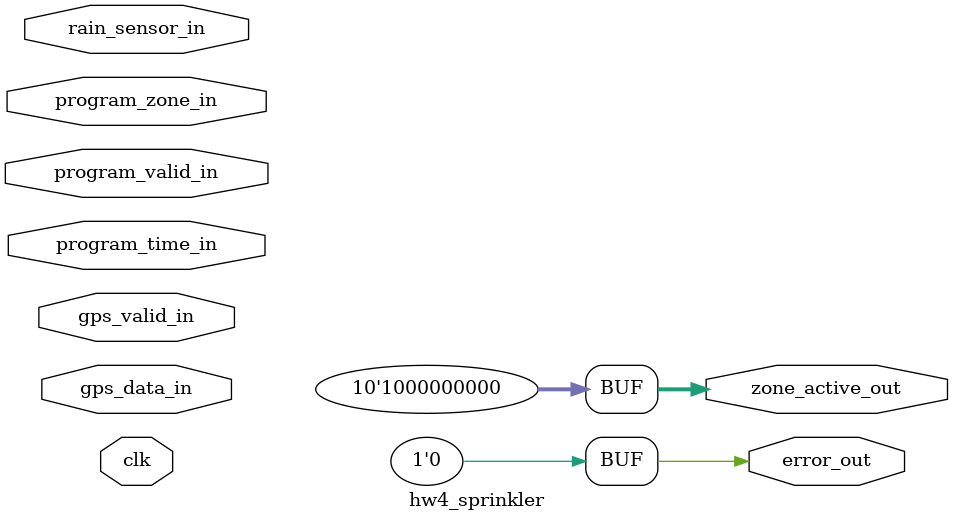
<source format=v>
`timescale 1ns / 1ps

module hw4_sprinkler(clk, rain_sensor_in, gps_data_in, gps_valid_in, program_zone_in, program_time_in, program_valid_in, zone_active_out, error_out);

//Inputs
input clk;
input rain_sensor_in;
input [7:0] gps_data_in;
input gps_valid_in;
	
input [4:0] program_zone_in;
input [31:0] program_time_in;
input program_valid_in;

//Outputs
output reg [9:0] zone_active_out = 10'b1000000000;
output reg error_out = 0;

//---------------------------Insert your code here---------------------------------//

endmodule
</source>
